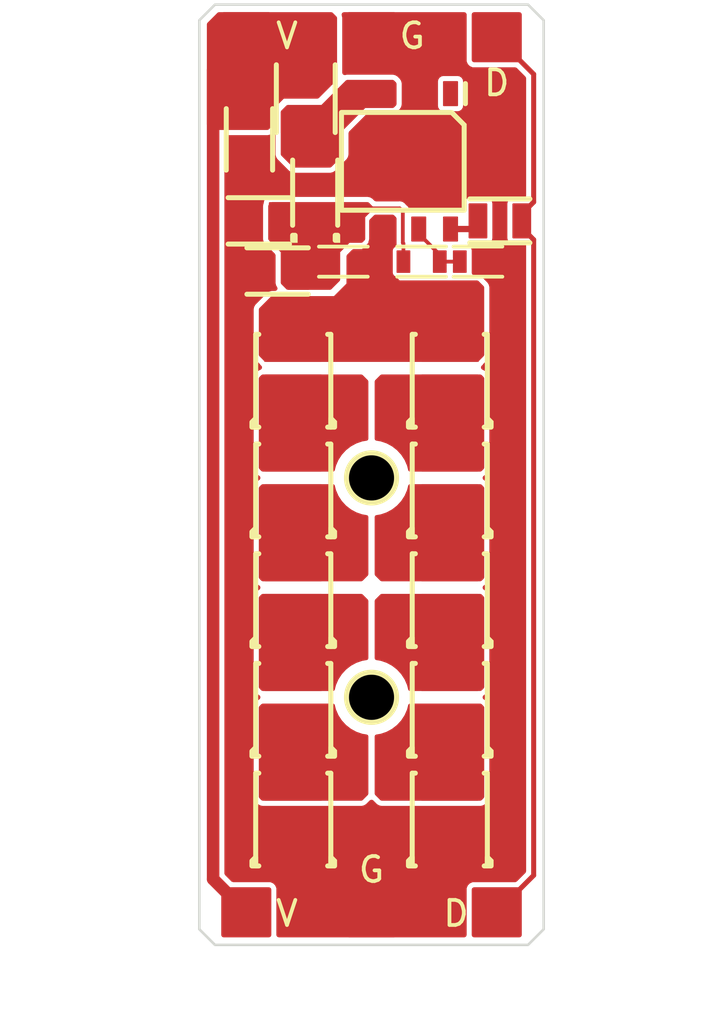
<source format=kicad_pcb>
(kicad_pcb (version 20221018) (generator pcbnew)
  (layers (0 "F.Cu" signal) (31 "B.Cu" signal) (34 "B.Paste" user) (35 "F.Paste" user) (36 "B.SilkS" user "B.Silkscreen") (37 "F.SilkS" user "F.Silkscreen") (38 "B.Mask" user) (39 "F.Mask" user) (44 "Edge.Cuts" user))
  (net 0 "")
  (net 1 "VBUS")
  (net 2 "GND")
  (net 3 "VDC")
  (net 4 "Net-(D1-Anode)")
  (net 5 "Net-(D2-Cathode)")
  (net 6 "/LED_A")
  (net 7 "Net-(D3-Cathode)")
  (net 8 "Net-(D4-Cathode)")
  (net 9 "Net-(D5-Cathode)")
  (net 10 "Net-(U1-EN)")
  (net 11 "/DIM")
  (net 12 "Net-(U1-OVP)")
  (net 14 "Net-(D7-Cathode)")
  (net 15 "Net-(D8-Cathode)")
  (net 16 "Net-(D10-Anode)")
  (net 17 "Net-(D10-Cathode)")
  (footprint "002_GN_TWO-PIN_PLASTIC_SMD:LED2835M" (layer "F.Cu") (at 103.125 104.375 90)
    (fp_text reference "D10" hide)
    (fp_text value "BXEN-65E-13H" hide)
    (fp_line (start -1.850001 -1.5) (end -1.850001 -1.375) (stroke (width 0.2)) (layer "F.SilkS"))
    (fp_line (start -1.850001 1.5) (end -1.850001 1.375) (stroke (width 0.2)) (layer "F.SilkS"))
    (fp_line (start -1.85 -1.5) (end 1.85 -1.5) (stroke (width 0.2)) (layer "F.SilkS"))
    (fp_line (start -1.85 1.5) (end 1.85 1.5) (stroke (width 0.2)) (layer "F.SilkS"))
    (fp_line (start 1.85 -1.5) (end 1.85 -1.375) (stroke (width 0.2)) (layer "F.SilkS"))
    (fp_line (start 1.85 1.5) (end 1.85 1.375) (stroke (width 0.2)) (layer "F.SilkS"))
    (fp_poly (pts (xy -1.85 -1.65) (xy -1.650001 -1.65) (xy -1.5 -1.5) (xy -1.850001 -1.5)) (stroke (width 0.2)) (fill solid) (layer "F.SilkS"))
    (fp_poly (pts (xy -1.85 1.65) (xy -1.650001 1.65) (xy -1.5 1.5) (xy -1.850001 1.5)) (stroke (width 0.2)) (fill solid) (layer "F.SilkS"))
    (pad "1" smd roundrect (at -0.85 0 180) (size 2.35 2.2) (layers "F.Cu" "F.Mask") (roundrect_rratio 0.02777777778) (net 17 "Net-(D10-Cathode)"))
    (pad "2" smd roundrect (at 1.35 0 180) (size 2.35 1.2) (layers "F.Cu" "F.Mask") (roundrect_rratio 0.05) (net 16 "Net-(D10-Anode)"))
  )
  (footprint "002_GN_TWO-PIN_PLASTIC_SMD:SOD-123F" (layer "F.Cu") (at 97.75 83.75 90)
    (fp_text reference "D1" hide)
    (fp_text value "DS110W")
    (fp_line (start -1.3 -0.9) (end 1.3 -0.9) (stroke (width 0.2)) (layer "F.SilkS"))
    (fp_line (start -1.3 0.9) (end 1.3 0.9) (stroke (width 0.2)) (layer "F.SilkS"))
    (fp_rect (start -1.9 -0.8) (end -1.7 -0.9) (stroke (width 0.2)) (fill none) (layer "F.SilkS"))
    (fp_rect (start -1.9 0.9) (end -1.7 0.8) (stroke (width 0.2)) (fill none) (layer "F.SilkS"))
    (pad "1" smd roundrect (at -1.5 0 180) (size 1.1 1) (layers "F.Cu" "F.Paste" "F.Mask") (roundrect_rratio 0.05) (net 3 "VDC"))
    (pad "2" smd roundrect (at 1.5 0 180) (size 1.1 1) (layers "F.Cu" "F.Paste" "F.Mask") (roundrect_rratio 0.05) (net 4 "Net-(D1-Anode)"))
  )
  (footprint "004_GN_MIDDLE-SEMI_SMD:SOP-8EP_3949" (layer "F.Cu") (at 101.25 82.5 -90)
    (fp_text reference "U1" hide)
    (fp_text value "LGS63042EP")
    (fp_line (start -3.1 -2.5) (end -2.3 -2.5) (stroke (width 0.2)) (layer "F.SilkS"))
    (fp_poly (pts (xy 1.95 2.45) (xy -1.95 2.45) (xy -1.95 -1.95) (xy -1.45 -2.45) (xy 1.95 -2.45)) (stroke (width 0.2)) (fill none) (layer "F.SilkS"))
    (pad "1" smd roundrect (at -2.7 -1.905 270) (size 1 0.6) (layers "F.Cu" "F.Paste" "F.Mask") (roundrect_rratio 0.05))
    (pad "2" smd roundrect (at -2.7 -0.635 270) (size 1 0.6) (layers "F.Cu" "F.Paste" "F.Mask") (roundrect_rratio 0.05) (net 2 "GND"))
    (pad "3" smd roundrect (at -2.7 0.635 270) (size 1 0.6) (layers "F.Cu" "F.Paste" "F.Mask") (roundrect_rratio 0.05) (net 4 "Net-(D1-Anode)"))
    (pad "4" smd roundrect (at -2.7 1.905 270) (size 1 0.6) (layers "F.Cu" "F.Paste" "F.Mask") (roundrect_rratio 0.05) (net 4 "Net-(D1-Anode)"))
    (pad "5" smd roundrect (at 2.7 1.905 270) (size 1 0.6) (layers "F.Cu" "F.Paste" "F.Mask") (roundrect_rratio 0.05) (net 3 "VDC"))
    (pad "6" smd roundrect (at 2.7 0.635 270) (size 1 0.6) (layers "F.Cu" "F.Paste" "F.Mask") (roundrect_rratio 0.05) (net 6 "/LED_A"))
    (pad "7" smd roundrect (at 2.7 -0.635 270) (size 1 0.6) (layers "F.Cu" "F.Paste" "F.Mask") (roundrect_rratio 0.05) (net 12 "Net-(U1-OVP)"))
    (pad "8" smd roundrect (at 2.7 -1.905 270) (size 1 0.6) (layers "F.Cu" "F.Paste" "F.Mask") (roundrect_rratio 0.05) (net 10 "Net-(U1-EN)"))
    (pad "EP" smd roundrect (at 0 0) (size 3 2.25) (layers "F.Cu" "F.Mask") (roundrect_rratio 0.05) (net 2 "GND"))
  )
  (footprint "001_GN_RCL_SMD:R0805(2012M)" (layer "F.Cu") (at 105.125 84.875)
    (fp_text reference "R2" hide)
    (fp_text value "1kR")
    (fp_line (start -1.2 -0.875) (end 1.2 -0.875) (stroke (width 0.2)) (layer "F.SilkS"))
    (fp_line (start -1.2 0.875) (end 1.2 0.875) (stroke (width 0.2)) (layer "F.SilkS"))
    (pad "1" smd roundrect (at -0.875 0 90) (size 1.4 0.75) (layers "F.Cu" "F.Mask") (roundrect_rratio 0.05) (net 10 "Net-(U1-EN)"))
    (pad "2" smd roundrect (at 0.875 0 90) (size 1.4 0.75) (layers "F.Cu" "F.Mask") (roundrect_rratio 0.05) (net 11 "/DIM"))
  )
  (footprint "002_GN_TWO-PIN_PLASTIC_SMD:LED2835M" (layer "F.Cu") (at 103.125 108.75 90)
    (fp_text reference "D11" hide)
    (fp_text value "BXEN-65E-13H" hide)
    (fp_line (start -1.850001 -1.5) (end -1.850001 -1.375) (stroke (width 0.2)) (layer "F.SilkS"))
    (fp_line (start -1.850001 1.5) (end -1.850001 1.375) (stroke (width 0.2)) (layer "F.SilkS"))
    (fp_line (start -1.85 -1.5) (end 1.85 -1.5) (stroke (width 0.2)) (layer "F.SilkS"))
    (fp_line (start -1.85 1.5) (end 1.85 1.5) (stroke (width 0.2)) (layer "F.SilkS"))
    (fp_line (start 1.85 -1.5) (end 1.85 -1.375) (stroke (width 0.2)) (layer "F.SilkS"))
    (fp_line (start 1.85 1.5) (end 1.85 1.375) (stroke (width 0.2)) (layer "F.SilkS"))
    (fp_poly (pts (xy -1.85 -1.65) (xy -1.650001 -1.65) (xy -1.5 -1.5) (xy -1.850001 -1.5)) (stroke (width 0.2)) (fill solid) (layer "F.SilkS"))
    (fp_poly (pts (xy -1.85 1.65) (xy -1.650001 1.65) (xy -1.5 1.5) (xy -1.850001 1.5)) (stroke (width 0.2)) (fill solid) (layer "F.SilkS"))
    (pad "1" smd roundrect (at -0.85 0 180) (size 2.35 2.2) (layers "F.Cu" "F.Mask") (roundrect_rratio 0.02777777778) (net 2 "GND"))
    (pad "2" smd roundrect (at 1.35 0 180) (size 2.35 1.2) (layers "F.Cu" "F.Mask") (roundrect_rratio 0.05) (net 17 "Net-(D10-Cathode)"))
  )
  (footprint "002_GN_TWO-PIN_PLASTIC_SMD:LED2835M" (layer "F.Cu") (at 103.125 91.25 90)
    (fp_text reference "D7" hide)
    (fp_text value "BXEN-65E-13H" hide)
    (fp_line (start -1.850001 -1.5) (end -1.850001 -1.375) (stroke (width 0.2)) (layer "F.SilkS"))
    (fp_line (start -1.850001 1.5) (end -1.850001 1.375) (stroke (width 0.2)) (layer "F.SilkS"))
    (fp_line (start -1.85 -1.5) (end 1.85 -1.5) (stroke (width 0.2)) (layer "F.SilkS"))
    (fp_line (start -1.85 1.5) (end 1.85 1.5) (stroke (width 0.2)) (layer "F.SilkS"))
    (fp_line (start 1.85 -1.5) (end 1.85 -1.375) (stroke (width 0.2)) (layer "F.SilkS"))
    (fp_line (start 1.85 1.5) (end 1.85 1.375) (stroke (width 0.2)) (layer "F.SilkS"))
    (fp_poly (pts (xy -1.85 -1.65) (xy -1.650001 -1.65) (xy -1.5 -1.5) (xy -1.850001 -1.5)) (stroke (width 0.2)) (fill solid) (layer "F.SilkS"))
    (fp_poly (pts (xy -1.85 1.65) (xy -1.650001 1.65) (xy -1.5 1.5) (xy -1.850001 1.5)) (stroke (width 0.2)) (fill solid) (layer "F.SilkS"))
    (pad "1" smd roundrect (at -0.85 0 180) (size 2.35 2.2) (layers "F.Cu" "F.Mask") (roundrect_rratio 0.02777777778) (net 14 "Net-(D7-Cathode)"))
    (pad "2" smd roundrect (at 1.35 0 180) (size 2.35 1.2) (layers "F.Cu" "F.Mask") (roundrect_rratio 0.05) (net 6 "/LED_A"))
  )
  (footprint "302_MECH_PAD:SMP-Q_2020" (layer "F.Cu") (at 95 112.45)
    (fp_text reference "P4" hide)
    (fp_text value "Pad_Square")
    (pad "PAD" smd roundrect (at 0 0) (size 2 2) (layers "F.Cu" "F.Paste" "F.Mask") (roundrect_rratio 0.05) (net 1 "VBUS"))
  )
  (footprint "002_GN_TWO-PIN_PLASTIC_SMD:LED2835M" (layer "F.Cu") (at 103.125 100 90)
    (fp_text reference "D9" hide)
    (fp_text value "BXEN-65E-13H" hide)
    (fp_line (start -1.850001 -1.5) (end -1.850001 -1.375) (stroke (width 0.2)) (layer "F.SilkS"))
    (fp_line (start -1.850001 1.5) (end -1.850001 1.375) (stroke (width 0.2)) (layer "F.SilkS"))
    (fp_line (start -1.85 -1.5) (end 1.85 -1.5) (stroke (width 0.2)) (layer "F.SilkS"))
    (fp_line (start -1.85 1.5) (end 1.85 1.5) (stroke (width 0.2)) (layer "F.SilkS"))
    (fp_line (start 1.85 -1.5) (end 1.85 -1.375) (stroke (width 0.2)) (layer "F.SilkS"))
    (fp_line (start 1.85 1.5) (end 1.85 1.375) (stroke (width 0.2)) (layer "F.SilkS"))
    (fp_poly (pts (xy -1.85 -1.65) (xy -1.650001 -1.65) (xy -1.5 -1.5) (xy -1.850001 -1.5)) (stroke (width 0.2)) (fill solid) (layer "F.SilkS"))
    (fp_poly (pts (xy -1.85 1.65) (xy -1.650001 1.65) (xy -1.5 1.5) (xy -1.850001 1.5)) (stroke (width 0.2)) (fill solid) (layer "F.SilkS"))
    (pad "1" smd roundrect (at -0.85 0 180) (size 2.35 2.2) (layers "F.Cu" "F.Mask") (roundrect_rratio 0.02777777778) (net 16 "Net-(D10-Anode)"))
    (pad "2" smd roundrect (at 1.35 0 180) (size 2.35 1.2) (layers "F.Cu" "F.Mask") (roundrect_rratio 0.05) (net 15 "Net-(D8-Cathode)"))
  )
  (footprint "302_MECH_PAD:SMP-Q_2020" (layer "F.Cu") (at 105 112.45)
    (fp_text reference "P6" hide)
    (fp_text value "Pad_Square")
    (pad "PAD" smd roundrect (at 0 0) (size 2 2) (layers "F.Cu" "F.Paste" "F.Mask") (roundrect_rratio 0.05) (net 11 "/DIM"))
  )
  (footprint "002_GN_TWO-PIN_PLASTIC_SMD:LED2835M" (layer "F.Cu") (at 96.875 104.375 90)
    (fp_text reference "D5" hide)
    (fp_text value "BXEN-30E-13H" hide)
    (fp_line (start -1.850001 -1.5) (end -1.850001 -1.375) (stroke (width 0.2)) (layer "F.SilkS"))
    (fp_line (start -1.850001 1.5) (end -1.850001 1.375) (stroke (width 0.2)) (layer "F.SilkS"))
    (fp_line (start -1.85 -1.5) (end 1.85 -1.5) (stroke (width 0.2)) (layer "F.SilkS"))
    (fp_line (start -1.85 1.5) (end 1.85 1.5) (stroke (width 0.2)) (layer "F.SilkS"))
    (fp_line (start 1.85 -1.5) (end 1.85 -1.375) (stroke (width 0.2)) (layer "F.SilkS"))
    (fp_line (start 1.85 1.5) (end 1.85 1.375) (stroke (width 0.2)) (layer "F.SilkS"))
    (fp_poly (pts (xy -1.85 -1.65) (xy -1.650001 -1.65) (xy -1.5 -1.5) (xy -1.850001 -1.5)) (stroke (width 0.2)) (fill solid) (layer "F.SilkS"))
    (fp_poly (pts (xy -1.85 1.65) (xy -1.650001 1.65) (xy -1.5 1.5) (xy -1.850001 1.5)) (stroke (width 0.2)) (fill solid) (layer "F.SilkS"))
    (pad "1" smd roundrect (at -0.85 0 180) (size 2.35 2.2) (layers "F.Cu" "F.Mask") (roundrect_rratio 0.02777777778) (net 9 "Net-(D5-Cathode)"))
    (pad "2" smd roundrect (at 1.35 0 180) (size 2.35 1.2) (layers "F.Cu" "F.Mask") (roundrect_rratio 0.05) (net 8 "Net-(D4-Cathode)"))
  )
  (footprint "001_GN_RCL_SMD:R0603(1608M)" (layer "F.Cu") (at 102 86.5)
    (fp_text reference "R4" hide)
    (fp_text value "110kR")
    (fp_line (start -0.975 -0.6) (end 0.975 -0.6) (stroke (width 0.15)) (layer "F.SilkS"))
    (fp_line (start -0.975 0.6) (end 0.975 0.6) (stroke (width 0.15)) (layer "F.SilkS"))
    (pad "1" smd roundrect (at -0.725 0 90) (size 0.9 0.55) (layers "F.Cu" "F.Mask") (roundrect_rratio 0.05) (net 3 "VDC"))
    (pad "2" smd roundrect (at 0.725 0 90) (size 0.9 0.55) (layers "F.Cu" "F.Mask") (roundrect_rratio 0.05) (net 12 "Net-(U1-OVP)"))
  )
  (footprint "002_GN_TWO-PIN_PLASTIC_SMD:LED2835M" (layer "F.Cu") (at 96.875 95.625 90)
    (fp_text reference "D3" hide)
    (fp_text value "BXEN-30E-13H" hide)
    (fp_line (start -1.850001 -1.5) (end -1.850001 -1.375) (stroke (width 0.2)) (layer "F.SilkS"))
    (fp_line (start -1.850001 1.5) (end -1.850001 1.375) (stroke (width 0.2)) (layer "F.SilkS"))
    (fp_line (start -1.85 -1.5) (end 1.85 -1.5) (stroke (width 0.2)) (layer "F.SilkS"))
    (fp_line (start -1.85 1.5) (end 1.85 1.5) (stroke (width 0.2)) (layer "F.SilkS"))
    (fp_line (start 1.85 -1.5) (end 1.85 -1.375) (stroke (width 0.2)) (layer "F.SilkS"))
    (fp_line (start 1.85 1.5) (end 1.85 1.375) (stroke (width 0.2)) (layer "F.SilkS"))
    (fp_poly (pts (xy -1.85 -1.65) (xy -1.650001 -1.65) (xy -1.5 -1.5) (xy -1.850001 -1.5)) (stroke (width 0.2)) (fill solid) (layer "F.SilkS"))
    (fp_poly (pts (xy -1.85 1.65) (xy -1.650001 1.65) (xy -1.5 1.5) (xy -1.850001 1.5)) (stroke (width 0.2)) (fill solid) (layer "F.SilkS"))
    (pad "1" smd roundrect (at -0.85 0 180) (size 2.35 2.2) (layers "F.Cu" "F.Mask") (roundrect_rratio 0.02777777778) (net 7 "Net-(D3-Cathode)"))
    (pad "2" smd roundrect (at 1.35 0 180) (size 2.35 1.2) (layers "F.Cu" "F.Mask") (roundrect_rratio 0.05) (net 5 "Net-(D2-Cathode)"))
  )
  (footprint "002_GN_TWO-PIN_PLASTIC_SMD:LED2835M" (layer "F.Cu") (at 96.875 108.75 90)
    (fp_text reference "D6" hide)
    (fp_text value "BXEN-30E-13H" hide)
    (fp_line (start -1.850001 -1.5) (end -1.850001 -1.375) (stroke (width 0.2)) (layer "F.SilkS"))
    (fp_line (start -1.850001 1.5) (end -1.850001 1.375) (stroke (width 0.2)) (layer "F.SilkS"))
    (fp_line (start -1.85 -1.5) (end 1.85 -1.5) (stroke (width 0.2)) (layer "F.SilkS"))
    (fp_line (start -1.85 1.5) (end 1.85 1.5) (stroke (width 0.2)) (layer "F.SilkS"))
    (fp_line (start 1.85 -1.5) (end 1.85 -1.375) (stroke (width 0.2)) (layer "F.SilkS"))
    (fp_line (start 1.85 1.5) (end 1.85 1.375) (stroke (width 0.2)) (layer "F.SilkS"))
    (fp_poly (pts (xy -1.85 -1.65) (xy -1.650001 -1.65) (xy -1.5 -1.5) (xy -1.850001 -1.5)) (stroke (width 0.2)) (fill solid) (layer "F.SilkS"))
    (fp_poly (pts (xy -1.85 1.65) (xy -1.650001 1.65) (xy -1.5 1.5) (xy -1.850001 1.5)) (stroke (width 0.2)) (fill solid) (layer "F.SilkS"))
    (pad "1" smd roundrect (at -0.85 0 180) (size 2.35 2.2) (layers "F.Cu" "F.Mask") (roundrect_rratio 0.02777777778) (net 2 "GND"))
    (pad "2" smd roundrect (at 1.35 0 180) (size 2.35 1.2) (layers "F.Cu" "F.Mask") (roundrect_rratio 0.05) (net 9 "Net-(D5-Cathode)"))
  )
  (footprint "001_GN_RCL_SMD:C0805(2012M)" (layer "F.Cu") (at 95.5 84.875 180)
    (fp_text reference "C3" hide)
    (fp_text value "4.7uF" hide)
    (fp_line (start -1.225 -0.925) (end 1.225 -0.925) (stroke (width 0.2)) (layer "F.SilkS"))
    (fp_line (start -1.225 0.925) (end 1.225 0.925) (stroke (width 0.2)) (layer "F.SilkS"))
    (pad "1" smd roundrect (at -0.8375 0 270) (size 1.5 0.875) (layers "F.Cu" "F.Mask") (roundrect_rratio 0.05) (net 3 "VDC"))
    (pad "2" smd roundrect (at 0.8375 0 270) (size 1.5 0.875) (layers "F.Cu" "F.Mask") (roundrect_rratio 0.05) (net 2 "GND"))
  )
  (footprint "001_GN_RCL_SMD:R0603(1608M)" (layer "F.Cu") (at 104.25 86.5)
    (fp_text reference "R3" hide)
    (fp_text value "2kR")
    (fp_line (start -0.975 -0.6) (end 0.975 -0.6) (stroke (width 0.15)) (layer "F.SilkS"))
    (fp_line (start -0.975 0.6) (end 0.975 0.6) (stroke (width 0.15)) (layer "F.SilkS"))
    (pad "1" smd roundrect (at -0.725 0 90) (size 0.9 0.55) (layers "F.Cu" "F.Mask") (roundrect_rratio 0.05) (net 12 "Net-(U1-OVP)"))
    (pad "2" smd roundrect (at 0.725 0 90) (size 0.9 0.55) (layers "F.Cu" "F.Mask") (roundrect_rratio 0.05) (net 2 "GND"))
  )
  (footprint "002_GN_TWO-PIN_PLASTIC_SMD:LED2835M" (layer "F.Cu") (at 96.875 91.25 90)
    (fp_text reference "D2" hide)
    (fp_text value "BXEN-30E-13H" hide)
    (fp_line (start -1.850001 -1.5) (end -1.850001 -1.375) (stroke (width 0.2)) (layer "F.SilkS"))
    (fp_line (start -1.850001 1.5) (end -1.850001 1.375) (stroke (width 0.2)) (layer "F.SilkS"))
    (fp_line (start -1.85 -1.5) (end 1.85 -1.5) (stroke (width 0.2)) (layer "F.SilkS"))
    (fp_line (start -1.85 1.5) (end 1.85 1.5) (stroke (width 0.2)) (layer "F.SilkS"))
    (fp_line (start 1.85 -1.5) (end 1.85 -1.375) (stroke (width 0.2)) (layer "F.SilkS"))
    (fp_line (start 1.85 1.5) (end 1.85 1.375) (stroke (width 0.2)) (layer "F.SilkS"))
    (fp_poly (pts (xy -1.85 -1.65) (xy -1.650001 -1.65) (xy -1.5 -1.5) (xy -1.850001 -1.5)) (stroke (width 0.2)) (fill solid) (layer "F.SilkS"))
    (fp_poly (pts (xy -1.85 1.65) (xy -1.650001 1.65) (xy -1.5 1.5) (xy -1.850001 1.5)) (stroke (width 0.2)) (fill solid) (layer "F.SilkS"))
    (pad "1" smd roundrect (at -0.85 0 180) (size 2.35 2.2) (layers "F.Cu" "F.Mask") (roundrect_rratio 0.02777777778) (net 5 "Net-(D2-Cathode)"))
    (pad "2" smd roundrect (at 1.35 0 180) (size 2.35 1.2) (layers "F.Cu" "F.Mask") (roundrect_rratio 0.05) (net 6 "/LED_A"))
  )
  (footprint "008_GN_POWER-CHOKE_SMD:MC-2520" (layer "F.Cu") (at 97.375 80 90)
    (fp_text reference "L1" hide)
    (fp_text value "10uH")
    (fp_line (start -1.35 -1.175) (end 1.35 -1.175) (stroke (width 0.2)) (layer "F.SilkS"))
    (fp_line (start -1.35 1.175) (end 1.35 1.175) (stroke (width 0.2)) (layer "F.SilkS"))
    (pad "1" smd roundrect (at -0.95 0 180) (size 2 0.9) (layers "F.Cu" "F.Paste" "F.Mask") (roundrect_rratio 0.05) (net 4 "Net-(D1-Anode)"))
    (pad "2" smd roundrect (at 0.95 0 180) (size 2 0.9) (layers "F.Cu" "F.Paste" "F.Mask") (roundrect_rratio 0.05) (net 1 "VBUS"))
  )
  (footprint "302_MECH_PAD:NPTH-C_2018" (layer "F.Cu") (at 100 95.125)
    (fp_text reference "REF**" hide)
    (fp_text value "NPTH-C_2018")
    (fp_circle (center 0 0) (end 1 0) (stroke (width 0.2)) (fill none) (layer "F.SilkS"))
    (pad "" np_thru_hole circle (at 0 0) (size 1.8 1.8) (drill 1.8) (layers "*.Mask"))
  )
  (footprint "302_MECH_PAD:SMP-Q_2020" (layer "F.Cu") (at 100 77.55)
    (fp_text reference "P2" hide)
    (fp_text value "Pad_Square")
    (pad "PAD" smd roundrect (at 0 0) (size 2 2) (layers "F.Cu" "F.Paste" "F.Mask") (roundrect_rratio 0.05) (net 2 "GND"))
  )
  (footprint "001_GN_RCL_SMD:C0805(2012M)" (layer "F.Cu") (at 95.125 81.625 -90)
    (fp_text reference "C1" hide)
    (fp_text value "4.7uF" hide)
    (fp_line (start -1.225 -0.925) (end 1.225 -0.925) (stroke (width 0.2)) (layer "F.SilkS"))
    (fp_line (start -1.225 0.925) (end 1.225 0.925) (stroke (width 0.2)) (layer "F.SilkS"))
    (pad "1" smd roundrect (at -0.8375 0) (size 1.5 0.875) (layers "F.Cu" "F.Mask") (roundrect_rratio 0.05) (net 1 "VBUS"))
    (pad "2" smd roundrect (at 0.8375 0) (size 1.5 0.875) (layers "F.Cu" "F.Mask") (roundrect_rratio 0.05) (net 2 "GND"))
  )
  (footprint "302_MECH_PAD:SMP-Q_2020" (layer "F.Cu") (at 95 77.55)
    (fp_text reference "P1" hide)
    (fp_text value "Pad_Square")
    (pad "PAD" smd roundrect (at 0 0) (size 2 2) (layers "F.Cu" "F.Paste" "F.Mask") (roundrect_rratio 0.05) (net 1 "VBUS"))
  )
  (footprint "302_MECH_PAD:SMP-Q_2020" (layer "F.Cu") (at 100 112.45)
    (fp_text reference "P5" hide)
    (fp_text value "Pad_Square")
    (pad "PAD" smd roundrect (at 0 0) (size 2 2) (layers "F.Cu" "F.Paste" "F.Mask") (roundrect_rratio 0.05) (net 2 "GND"))
  )
  (footprint "002_GN_TWO-PIN_PLASTIC_SMD:LED2835M" (layer "F.Cu") (at 103.125 95.625 90)
    (fp_text reference "D8" hide)
    (fp_text value "BXEN-65E-13H" hide)
    (fp_line (start -1.850001 -1.5) (end -1.850001 -1.375) (stroke (width 0.2)) (layer "F.SilkS"))
    (fp_line (start -1.850001 1.5) (end -1.850001 1.375) (stroke (width 0.2)) (layer "F.SilkS"))
    (fp_line (start -1.85 -1.5) (end 1.85 -1.5) (stroke (width 0.2)) (layer "F.SilkS"))
    (fp_line (start -1.85 1.5) (end 1.85 1.5) (stroke (width 0.2)) (layer "F.SilkS"))
    (fp_line (start 1.85 -1.5) (end 1.85 -1.375) (stroke (width 0.2)) (layer "F.SilkS"))
    (fp_line (start 1.85 1.5) (end 1.85 1.375) (stroke (width 0.2)) (layer "F.SilkS"))
    (fp_poly (pts (xy -1.85 -1.65) (xy -1.650001 -1.65) (xy -1.5 -1.5) (xy -1.850001 -1.5)) (stroke (width 0.2)) (fill solid) (layer "F.SilkS"))
    (fp_poly (pts (xy -1.85 1.65) (xy -1.650001 1.65) (xy -1.5 1.5) (xy -1.850001 1.5)) (stroke (width 0.2)) (fill solid) (layer "F.SilkS"))
    (pad "1" smd roundrect (at -0.85 0 180) (size 2.35 2.2) (layers "F.Cu" "F.Mask") (roundrect_rratio 0.02777777778) (net 15 "Net-(D8-Cathode)"))
    (pad "2" smd roundrect (at 1.35 0 180) (size 2.35 1.2) (layers "F.Cu" "F.Mask") (roundrect_rratio 0.05) (net 14 "Net-(D7-Cathode)"))
  )
  (footprint "302_MECH_PAD:SMP-Q_2020" (layer "F.Cu") (at 105 77.55)
    (fp_text reference "P3" hide)
    (fp_text value "Pad_Square")
    (pad "PAD" smd roundrect (at 0 0) (size 2 2) (layers "F.Cu" "F.Paste" "F.Mask") (roundrect_rratio 0.05) (net 11 "/DIM"))
  )
  (footprint "002_GN_TWO-PIN_PLASTIC_SMD:LED2835M" (layer "F.Cu") (at 96.875 100 90)
    (fp_text reference "D4" hide)
    (fp_text value "BXEN-30E-13H" hide)
    (fp_line (start -1.850001 -1.5) (end -1.850001 -1.375) (stroke (width 0.2)) (layer "F.SilkS"))
    (fp_line (start -1.850001 1.5) (end -1.850001 1.375) (stroke (width 0.2)) (layer "F.SilkS"))
    (fp_line (start -1.85 -1.5) (end 1.85 -1.5) (stroke (width 0.2)) (layer "F.SilkS"))
    (fp_line (start -1.85 1.5) (end 1.85 1.5) (stroke (width 0.2)) (layer "F.SilkS"))
    (fp_line (start 1.85 -1.5) (end 1.85 -1.375) (stroke (width 0.2)) (layer "F.SilkS"))
    (fp_line (start 1.85 1.5) (end 1.85 1.375) (stroke (width 0.2)) (layer "F.SilkS"))
    (fp_poly (pts (xy -1.85 -1.65) (xy -1.650001 -1.65) (xy -1.5 -1.5) (xy -1.850001 -1.5)) (stroke (width 0.2)) (fill solid) (layer "F.SilkS"))
    (fp_poly (pts (xy -1.85 1.65) (xy -1.650001 1.65) (xy -1.5 1.5) (xy -1.850001 1.5)) (stroke (width 0.2)) (fill solid) (layer "F.SilkS"))
    (pad "1" smd roundrect (at -0.85 0 180) (size 2.35 2.2) (layers "F.Cu" "F.Mask") (roundrect_rratio 0.02777777778) (net 8 "Net-(D4-Cathode)"))
    (pad "2" smd roundrect (at 1.35 0 180) (size 2.35 1.2) (layers "F.Cu" "F.Mask") (roundrect_rratio 0.05) (net 7 "Net-(D3-Cathode)"))
  )
  (footprint "302_MECH_PAD:NPTH-C_2018" (layer "F.Cu") (at 100 103.875)
    (fp_text reference "REF**" hide)
    (fp_text value "NPTH-C_2018")
    (fp_circle (center 0 0) (end 1 0) (stroke (width 0.2)) (fill none) (layer "F.SilkS"))
    (pad "" np_thru_hole circle (at 0 0) (size 1.8 1.8) (drill 1.8) (layers "*.Mask"))
  )
  (footprint "001_GN_RCL_SMD:C0805(2012M)" (layer "F.Cu") (at 96.25 86.875 180)
    (fp_text reference "C4" hide)
    (fp_text value "4.7uF" hide)
    (fp_line (start -1.225 -0.925) (end 1.225 -0.925) (stroke (width 0.2)) (layer "F.SilkS"))
    (fp_line (start -1.225 0.925) (end 1.225 0.925) (stroke (width 0.2)) (layer "F.SilkS"))
    (pad "1" smd roundrect (at -0.8375 0 270) (size 1.5 0.875) (layers "F.Cu" "F.Mask") (roundrect_rratio 0.05) (net 3 "VDC"))
    (pad "2" smd roundrect (at 0.8375 0 270) (size 1.5 0.875) (layers "F.Cu" "F.Mask") (roundrect_rratio 0.05) (net 2 "GND"))
  )
  (footprint "001_GN_RCL_SMD:R0603(1608M)" (layer "F.Cu") (at 98.875 86.5)
    (fp_text reference "R1" hide)
    (fp_text value "2R")
    (fp_line (start -0.975 -0.6) (end 0.975 -0.6) (stroke (width 0.15)) (layer "F.SilkS"))
    (fp_line (start -0.975 0.6) (end 0.975 0.6) (stroke (width 0.15)) (layer "F.SilkS"))
    (pad "1" smd roundrect (at -0.725 0 90) (size 0.9 0.55) (layers "F.Cu" "F.Mask") (roundrect_rratio 0.05) (net 3 "VDC"))
    (pad "2" smd roundrect (at 0.725 0 90) (size 0.9 0.55) (layers "F.Cu" "F.Mask") (roundrect_rratio 0.05) (net 6 "/LED_A"))
  )
  (gr_poly (pts (xy 93.125 76.875) (xy 93.75 76.25) (xy 106.25 76.25) (xy 106.875 76.875) (xy 106.875 113.125) (xy 106.25 113.75) (xy 93.75 113.75) (xy 93.125 113.125)) (stroke (width 0.1)) (fill none) (layer "Edge.Cuts"))
  (gr_text "V" (at 96.625 112.5) (layer "F.SilkS") (effects (font (size 1 1))))
  (gr_text "G" (at 101.625 77.5) (layer "F.SilkS") (effects (font (size 1 1))))
  (gr_text "V" (at 96.625 77.5) (layer "F.SilkS") (effects (font (size 1 1))))
  (gr_text "G" (at 100 110.75) (layer "F.SilkS") (effects (font (size 1 1))))
  (gr_text "D" (at 103.375 112.5) (layer "F.SilkS") (effects (font (size 1 1))))
  (gr_text "D" (at 105 79.375) (layer "F.SilkS") (effects (font (size 1 1))))
  (segment (start 93.675 111.125) (end 93.675 78.875) (width 0.5) (layer "F.Cu") (net 1))
  (segment (start 93.675 78.875) (end 95 77.55) (width 0.5) (layer "F.Cu") (net 1))
  (segment (start 95 112.45) (end 93.675 111.125) (width 0.5) (layer "F.Cu") (net 1))
  (segment (start 101.625 82.5) (end 101.25 82.5) (width 0.15) (layer "F.Cu") (net 2))
  (segment (start 101.25 85.75) (end 101.25 84.5) (width 0.15) (layer "F.Cu") (net 3))
  (segment (start 101.275 85.775) (end 101.25 85.75) (width 0.15) (layer "F.Cu") (net 3))
  (segment (start 101.125 84.375) (end 100 84.375) (width 0.15) (layer "F.Cu") (net 3))
  (segment (start 99.345 85.03) (end 99.345 85.2) (width 0.15) (layer "F.Cu") (net 3))
  (segment (start 100 84.375) (end 99.345 85.03) (width 0.15) (layer "F.Cu") (net 3))
  (segment (start 101.275 86.5) (end 101.275 85.775) (width 0.15) (layer "F.Cu") (net 3))
  (segment (start 101.25 84.5) (end 101.125 84.375) (width 0.15) (layer "F.Cu") (net 3))
  (segment (start 103.925 85.2) (end 104.25 84.875) (width 0.25) (layer "F.Cu") (net 10))
  (segment (start 103.155 85.2) (end 103.925 85.2) (width 0.25) (layer "F.Cu") (net 10))
  (segment (start 105 77.55) (end 106.475 79.025) (width 0.2) (layer "F.Cu") (net 11))
  (segment (start 106.475 110.975) (end 105 112.45) (width 0.2) (layer "F.Cu") (net 11))
  (segment (start 106 85.15) (end 106.475 85.625) (width 0.2) (layer "F.Cu") (net 11))
  (segment (start 106 84.6) (end 106.475 84.125) (width 0.2) (layer "F.Cu") (net 11))
  (segment (start 106 84.875) (end 106 84.6) (width 0.2) (layer "F.Cu") (net 11))
  (segment (start 106.475 85.625) (end 106.475 110.975) (width 0.2) (layer "F.Cu") (net 11))
  (segment (start 106.475 79.025) (end 106.475 84.125) (width 0.2) (layer "F.Cu") (net 11))
  (segment (start 106 84.875) (end 106 85.15) (width 0.2) (layer "F.Cu") (net 11))
  (segment (start 102.725 86.5) (end 103.525 86.5) (width 0.15) (layer "F.Cu") (net 12))
  (segment (start 102.725 86.225) (end 102.725 86.5) (width 0.15) (layer "F.Cu") (net 12))
  (segment (start 101.885 85.385) (end 102.725 86.225) (width 0.15) (layer "F.Cu") (net 12))
  (segment (start 101.885 85.2) (end 101.885 85.385) (width 0.15) (layer "F.Cu") (net 12))
  (zone (net 17) (net_name "Net-(D10-Cathode)") (layer "F.Cu") (priority 31) (connect_pads yes (clearance 0.15)) (min_thickness 0.15) (fill yes (thermal_gap 0.5) (thermal_bridge_width 0.5))
    (polygon (pts (xy 104.375 104.125) (xy 104.5 104.25) (xy 104.5 107.875) (xy 104.375 108) (xy 100.375 108) (xy 100.125 107.75) (xy 100.125 104.375) (xy 100.375 104.125)))
  )
  (zone (net 5) (net_name "Net-(D2-Cathode)") (layer "F.Cu") (priority 31) (connect_pads yes (clearance 0.15)) (min_thickness 0.15) (fill yes (thermal_gap 0.5) (thermal_bridge_width 0.5))
    (polygon (pts (xy 99.625 91) (xy 99.875 91.25) (xy 99.875 94.625) (xy 99.625 94.875) (xy 95.625 94.875) (xy 95.5 94.75) (xy 95.5 91.125) (xy 95.625 91)))
  )
  (zone (net 14) (net_name "Net-(D7-Cathode)") (layer "F.Cu") (priority 31) (connect_pads yes (clearance 0.15)) (min_thickness 0.15) (fill yes (thermal_gap 0.5) (thermal_bridge_width 0.5))
    (polygon (pts (xy 104.375 91) (xy 104.5 91.125) (xy 104.5 94.75) (xy 104.375 94.875) (xy 100.375 94.875) (xy 100.125 94.625) (xy 100.125 91.25) (xy 100.375 91)))
  )
  (zone (net 16) (net_name "Net-(D10-Anode)") (layer "F.Cu") (priority 31) (connect_pads yes (clearance 0.15)) (min_thickness 0.15) (fill yes (thermal_gap 0.5) (thermal_bridge_width 0.5))
    (polygon (pts (xy 104.375 99.75) (xy 104.5 99.875) (xy 104.5 103.5) (xy 104.375 103.625) (xy 100.375 103.625) (xy 100.125 103.375) (xy 100.125 100) (xy 100.375 99.75)))
  )
  (zone (net 0) (net_name "") (layer "F.Cu") (connect_pads yes (clearance 0)) (min_thickness 0.2)
    (keepout (tracks allowed) (vias allowed) (pads allowed) (copperpour not_allowed) (footprints allowed))
    (fill (thermal_gap 0.5) (thermal_bridge_width 0.5))
    (polygon (pts (xy 102.125 84.5) (xy 102.875 84.5) (xy 102.875 84.625) (xy 102.125 84.625)))
  )
  (zone (net 15) (net_name "Net-(D8-Cathode)") (layer "F.Cu") (priority 31) (connect_pads yes (clearance 0.15)) (min_thickness 0.15) (fill yes (thermal_gap 0.5) (thermal_bridge_width 0.5))
    (polygon (pts (xy 104.375 95.375) (xy 104.5 95.5) (xy 104.5 99.125) (xy 104.375 99.25) (xy 100.375 99.25) (xy 100.125 99) (xy 100.125 95.625) (xy 100.375 95.375)))
  )
  (zone (net 7) (net_name "Net-(D3-Cathode)") (layer "F.Cu") (priority 31) (connect_pads yes (clearance 0.15)) (min_thickness 0.15) (fill yes (thermal_gap 0.5) (thermal_bridge_width 0.5))
    (polygon (pts (xy 99.625 95.375) (xy 99.875 95.625) (xy 99.875 99) (xy 99.625 99.25) (xy 95.625 99.25) (xy 95.5 99.125) (xy 95.5 95.5) (xy 95.625 95.375)))
  )
  (zone (net 8) (net_name "Net-(D4-Cathode)") (layer "F.Cu") (priority 31) (connect_pads yes (clearance 0.15)) (min_thickness 0.15) (fill yes (thermal_gap 0.5) (thermal_bridge_width 0.5))
    (polygon (pts (xy 99.625 99.75) (xy 99.875 100) (xy 99.875 103.375) (xy 99.625 103.625) (xy 95.625 103.625) (xy 95.5 103.5) (xy 95.5 99.875) (xy 95.625 99.75)))
  )
  (zone (net 1) (net_name "VBUS") (layer "F.Cu") (priority 17) (connect_pads yes (clearance 0.15)) (min_thickness 0.15) (fill yes (thermal_gap 0.5) (thermal_bridge_width 0.5))
    (polygon (pts (xy 98.625 79.25) (xy 98.625 76.75) (xy 98.375 76.5) (xy 93.875 76.5) (xy 93.375 77) (xy 93.375 81) (xy 93.625 81.25) (xy 95.875 81.25) (xy 96.125 81) (xy 96.125 80.375) (xy 96.5 80) (xy 97.875 80)))
  )
  (zone (net 9) (net_name "Net-(D5-Cathode)") (layer "F.Cu") (priority 31) (connect_pads yes (clearance 0.15)) (min_thickness 0.15) (fill yes (thermal_gap 0.5) (thermal_bridge_width 0.5))
    (polygon (pts (xy 99.625 104.125) (xy 99.875 104.375) (xy 99.875 107.75) (xy 99.625 108) (xy 95.625 108) (xy 95.5 107.875) (xy 95.5 104.25) (xy 95.625 104.125)))
  )
  (zone (net 4) (net_name "Net-(D1-Anode)") (layer "F.Cu") (priority 20) (connect_pads yes (clearance 0.15)) (min_thickness 0.15) (fill yes (thermal_gap 0.5) (thermal_bridge_width 0.5))
    (polygon (pts (xy 101 79.375) (xy 101 80.25) (xy 100.875 80.375) (xy 99.75 80.375) (xy 98.875 81.25) (xy 98.875 82.25) (xy 98.375 82.75) (xy 96.875 82.75) (xy 96.375 82.25) (xy 96.375 80.5) (xy 96.625 80.25) (xy 98 80.25) (xy 99 79.25) (xy 100.875 79.25)))
  )
  (zone (net 6) (net_name "/LED_A") (layer "F.Cu") (priority 13) (connect_pads yes (clearance 0.15)) (min_thickness 0.15) (fill yes (thermal_gap 0.5) (thermal_bridge_width 0.5))
    (polygon (pts (xy 104.25 90.5) (xy 104.5 90.25) (xy 104.5 87.5) (xy 104.25 87.25) (xy 101.125 87.25) (xy 100.875 87) (xy 100.875 86) (xy 101 85.875) (xy 101 84.75) (xy 100.875 84.625) (xy 100.125 84.625) (xy 99.875 84.875) (xy 99.875 85.75) (xy 99.625 86) (xy 99.25 86) (xy 99 86.25) (xy 99 87.375) (xy 98.5 87.875) (xy 96 87.875) (xy 95.5 88.375) (xy 95.5 90.25) (xy 95.75 90.5)))
  )
  (zone (net 0) (net_name "") (layer "F.Cu") (connect_pads yes (clearance 0)) (min_thickness 0.2)
    (keepout (tracks allowed) (vias allowed) (pads allowed) (copperpour not_allowed) (footprints allowed))
    (fill (thermal_gap 0.5) (thermal_bridge_width 0.5))
    (polygon (pts (xy 101.5 95.125) (xy 101.479542 94.878108) (xy 101.418726 94.637951) (xy 101.319211 94.411079) (xy 101.183711 94.203681) (xy 101.015922 94.021414) (xy 100.820422 93.86925) (xy 100.602543 93.75134) (xy 100.368228 93.6709) (xy 100.123869 93.630123) (xy 99.876131 93.630123) (xy 99.631772 93.6709) (xy 99.397457 93.75134) (xy 99.179578 93.86925) (xy 98.984078 94.021414) (xy 98.816289 94.203681) (xy 98.680789 94.411079) (xy 98.581274 94.637951) (xy 98.520458 94.878108) (xy 98.5 95.125) (xy 98.520458 95.371892) (xy 98.581274 95.612049) (xy 98.680789 95.838921) (xy 98.816289 96.046319) (xy 98.984078 96.228586) (xy 99.179578 96.38075) (xy 99.397457 96.49866) (xy 99.631772 96.5791) (xy 99.876131 96.619877) (xy 100.123869 96.619877) (xy 100.368228 96.5791) (xy 100.602543 96.49866) (xy 100.820422 96.38075) (xy 101.015922 96.228586) (xy 101.183711 96.046319) (xy 101.319211 95.838921) (xy 101.418726 95.612049) (xy 101.479542 95.371892)))
  )
  (zone (net 2) (net_name "GND") (layer "F.Cu") (priority 1) (connect_pads yes (clearance 0.2)) (min_thickness 0.2) (fill yes (thermal_gap 0.5) (thermal_bridge_width 0.5))
    (polygon (pts (xy 93.75 76.25) (xy 106.25 76.25) (xy 106.875 76.875) (xy 106.875 113.125) (xy 106.25 113.75) (xy 93.75 113.75) (xy 93.125 113.125) (xy 93.125 76.875)))
  )
  (zone (net 0) (net_name "") (layer "F.Cu") (connect_pads yes (clearance 0)) (min_thickness 0.2)
    (keepout (tracks allowed) (vias allowed) (pads allowed) (copperpour not_allowed) (footprints allowed))
    (fill (thermal_gap 0.5) (thermal_bridge_width 0.5))
    (polygon (pts (xy 101.5 103.875) (xy 101.479542 103.628108) (xy 101.418726 103.387951) (xy 101.319211 103.161079) (xy 101.183711 102.953681) (xy 101.015922 102.771414) (xy 100.820422 102.61925) (xy 100.602543 102.50134) (xy 100.368228 102.4209) (xy 100.123869 102.380123) (xy 99.876131 102.380123) (xy 99.631772 102.4209) (xy 99.397457 102.50134) (xy 99.179578 102.61925) (xy 98.984078 102.771414) (xy 98.816289 102.953681) (xy 98.680789 103.161079) (xy 98.581274 103.387951) (xy 98.520458 103.628108) (xy 98.5 103.875) (xy 98.520458 104.121892) (xy 98.581274 104.362049) (xy 98.680789 104.588921) (xy 98.816289 104.796319) (xy 98.984078 104.978586) (xy 99.179578 105.13075) (xy 99.397457 105.24866) (xy 99.631772 105.3291) (xy 99.876131 105.369877) (xy 100.123869 105.369877) (xy 100.368228 105.3291) (xy 100.602543 105.24866) (xy 100.820422 105.13075) (xy 101.015922 104.978586) (xy 101.183711 104.796319) (xy 101.319211 104.588921) (xy 101.418726 104.362049) (xy 101.479542 104.121892)))
  )
  (zone (net 3) (net_name "VDC") (layer "F.Cu") (priority 15) (connect_pads yes (clearance 0.15)) (min_thickness 0.15) (fill yes (thermal_gap 0.5) (thermal_bridge_width 0.5))
    (polygon (pts (xy 98.375 87.625) (xy 98.75 87.25) (xy 98.75 86.125) (xy 99.125 85.75) (xy 99.625 85.75) (xy 99.75 85.625) (xy 99.75 84.625) (xy 99.925 84.45) (xy 100.2 84.45) (xy 99.875 84.125) (xy 96 84.125) (xy 95.875 84.25) (xy 95.875 85.625) (xy 96.375 86.125) (xy 96.375 87.375) (xy 96.625 87.625)))
  )
)
</source>
